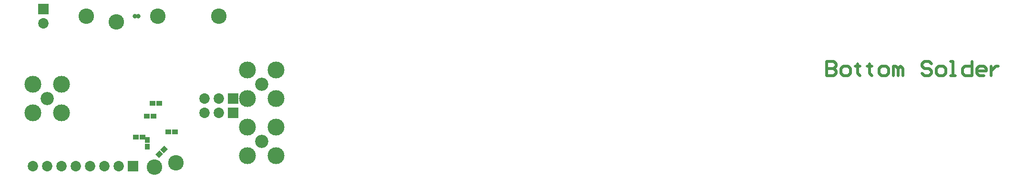
<source format=gbs>
G04 Layer_Color=10092288*
%FSLAX25Y25*%
%MOIN*%
G70*
G01*
G75*
%ADD28C,0.02000*%
%ADD46R,0.03950X0.03556*%
%ADD48R,0.03556X0.03950*%
G04:AMPARAMS|DCode=54|XSize=35.56mil|YSize=39.5mil|CornerRadius=0mil|HoleSize=0mil|Usage=FLASHONLY|Rotation=135.000|XOffset=0mil|YOffset=0mil|HoleType=Round|Shape=Rectangle|*
%AMROTATEDRECTD54*
4,1,4,0.02654,0.00139,-0.00139,-0.02654,-0.02654,-0.00139,0.00139,0.02654,0.02654,0.00139,0.0*
%
%ADD54ROTATEDRECTD54*%

%ADD62C,0.10800*%
%ADD63C,0.11824*%
%ADD64C,0.09213*%
%ADD65R,0.07300X0.07300*%
%ADD66C,0.07300*%
%ADD67R,0.07300X0.07300*%
%ADD68C,0.03200*%
D28*
X875000Y455997D02*
Y446000D01*
X879998D01*
X881664Y447666D01*
Y449332D01*
X879998Y450998D01*
X875000D01*
X879998D01*
X881664Y452665D01*
Y454331D01*
X879998Y455997D01*
X875000D01*
X886663Y446000D02*
X889995D01*
X891661Y447666D01*
Y450998D01*
X889995Y452665D01*
X886663D01*
X884997Y450998D01*
Y447666D01*
X886663Y446000D01*
X896660Y454331D02*
Y452665D01*
X894993D01*
X898326D01*
X896660D01*
Y447666D01*
X898326Y446000D01*
X904990Y454331D02*
Y452665D01*
X903324D01*
X906656D01*
X904990D01*
Y447666D01*
X906656Y446000D01*
X913321D02*
X916653D01*
X918319Y447666D01*
Y450998D01*
X916653Y452665D01*
X913321D01*
X911655Y450998D01*
Y447666D01*
X913321Y446000D01*
X921652D02*
Y452665D01*
X923318D01*
X924984Y450998D01*
Y446000D01*
Y450998D01*
X926650Y452665D01*
X928316Y450998D01*
Y446000D01*
X948310Y454331D02*
X946644Y455997D01*
X943311D01*
X941645Y454331D01*
Y452665D01*
X943311Y450998D01*
X946644D01*
X948310Y449332D01*
Y447666D01*
X946644Y446000D01*
X943311D01*
X941645Y447666D01*
X953308Y446000D02*
X956640D01*
X958306Y447666D01*
Y450998D01*
X956640Y452665D01*
X953308D01*
X951642Y450998D01*
Y447666D01*
X953308Y446000D01*
X961639D02*
X964971D01*
X963305D01*
Y455997D01*
X961639D01*
X976634D02*
Y446000D01*
X971635D01*
X969969Y447666D01*
Y450998D01*
X971635Y452665D01*
X976634D01*
X984964Y446000D02*
X981632D01*
X979966Y447666D01*
Y450998D01*
X981632Y452665D01*
X984964D01*
X986631Y450998D01*
Y449332D01*
X979966D01*
X989963Y452665D02*
Y446000D01*
Y449332D01*
X991629Y450998D01*
X993295Y452665D01*
X994961D01*
D46*
X408362Y426500D02*
D03*
X403638D02*
D03*
X404362Y417500D02*
D03*
X399638D02*
D03*
X419362Y406500D02*
D03*
X414638D02*
D03*
X396862Y403000D02*
D03*
X392138D02*
D03*
D48*
X400000Y400862D02*
D03*
Y396138D02*
D03*
D54*
X408330Y390830D02*
D03*
X411670Y394170D02*
D03*
D62*
X450000Y487500D02*
D03*
X357500D02*
D03*
X378500Y483500D02*
D03*
X407500Y487500D02*
D03*
X420000Y385000D02*
D03*
X405000Y382000D02*
D03*
D63*
X320000Y420000D02*
D03*
Y440000D02*
D03*
X340000D02*
D03*
Y420000D02*
D03*
X470000Y390000D02*
D03*
Y410000D02*
D03*
X490000D02*
D03*
Y390000D02*
D03*
X470000Y430000D02*
D03*
Y450000D02*
D03*
X490000D02*
D03*
Y430000D02*
D03*
D64*
X330000D02*
D03*
X480000Y400000D02*
D03*
Y440000D02*
D03*
D65*
X390000Y382500D02*
D03*
X460000Y420000D02*
D03*
Y430000D02*
D03*
D66*
X380000Y382500D02*
D03*
X370000D02*
D03*
X360000D02*
D03*
X350000D02*
D03*
X340000D02*
D03*
X330000D02*
D03*
X320000D02*
D03*
X327500Y482500D02*
D03*
X440000Y420000D02*
D03*
X450000D02*
D03*
X440000Y430000D02*
D03*
X450000D02*
D03*
D67*
X327500Y492500D02*
D03*
D68*
X393681Y487500D02*
D03*
X391319D02*
D03*
M02*

</source>
